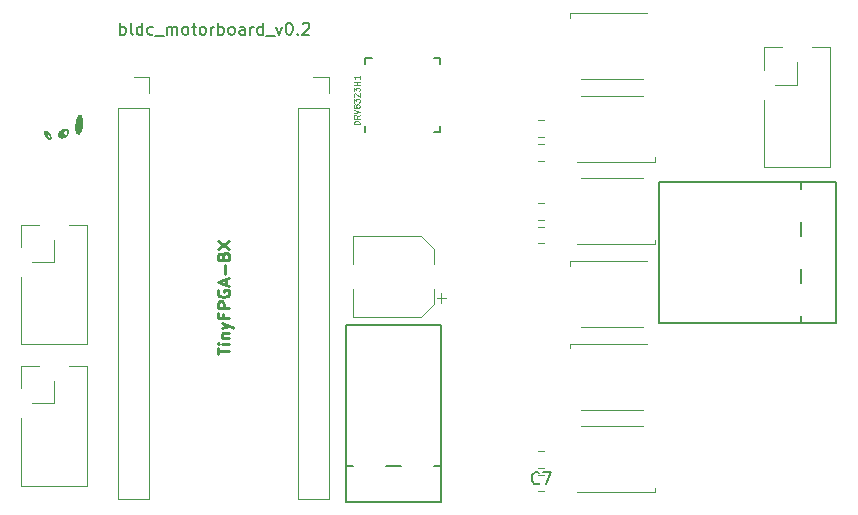
<source format=gbr>
G04 #@! TF.GenerationSoftware,KiCad,Pcbnew,5.1.3-ffb9f22~84~ubuntu18.04.1*
G04 #@! TF.CreationDate,2019-08-04T04:56:57-07:00*
G04 #@! TF.ProjectId,board,626f6172-642e-46b6-9963-61645f706362,rev?*
G04 #@! TF.SameCoordinates,Original*
G04 #@! TF.FileFunction,Legend,Top*
G04 #@! TF.FilePolarity,Positive*
%FSLAX46Y46*%
G04 Gerber Fmt 4.6, Leading zero omitted, Abs format (unit mm)*
G04 Created by KiCad (PCBNEW 5.1.3-ffb9f22~84~ubuntu18.04.1) date 2019-08-04 04:56:57*
%MOMM*%
%LPD*%
G04 APERTURE LIST*
%ADD10C,0.250000*%
%ADD11C,0.150000*%
%ADD12C,0.010000*%
%ADD13C,0.120000*%
%ADD14C,0.125000*%
G04 APERTURE END LIST*
D10*
X151102380Y-75109523D02*
X151102380Y-74538095D01*
X152102380Y-74823809D02*
X151102380Y-74823809D01*
X152102380Y-74204761D02*
X151435714Y-74204761D01*
X151102380Y-74204761D02*
X151150000Y-74252380D01*
X151197619Y-74204761D01*
X151150000Y-74157142D01*
X151102380Y-74204761D01*
X151197619Y-74204761D01*
X151435714Y-73728571D02*
X152102380Y-73728571D01*
X151530952Y-73728571D02*
X151483333Y-73680952D01*
X151435714Y-73585714D01*
X151435714Y-73442857D01*
X151483333Y-73347619D01*
X151578571Y-73300000D01*
X152102380Y-73300000D01*
X151435714Y-72919047D02*
X152102380Y-72680952D01*
X151435714Y-72442857D02*
X152102380Y-72680952D01*
X152340476Y-72776190D01*
X152388095Y-72823809D01*
X152435714Y-72919047D01*
X151578571Y-71728571D02*
X151578571Y-72061904D01*
X152102380Y-72061904D02*
X151102380Y-72061904D01*
X151102380Y-71585714D01*
X152102380Y-71204761D02*
X151102380Y-71204761D01*
X151102380Y-70823809D01*
X151150000Y-70728571D01*
X151197619Y-70680952D01*
X151292857Y-70633333D01*
X151435714Y-70633333D01*
X151530952Y-70680952D01*
X151578571Y-70728571D01*
X151626190Y-70823809D01*
X151626190Y-71204761D01*
X151150000Y-69680952D02*
X151102380Y-69776190D01*
X151102380Y-69919047D01*
X151150000Y-70061904D01*
X151245238Y-70157142D01*
X151340476Y-70204761D01*
X151530952Y-70252380D01*
X151673809Y-70252380D01*
X151864285Y-70204761D01*
X151959523Y-70157142D01*
X152054761Y-70061904D01*
X152102380Y-69919047D01*
X152102380Y-69823809D01*
X152054761Y-69680952D01*
X152007142Y-69633333D01*
X151673809Y-69633333D01*
X151673809Y-69823809D01*
X151816666Y-69252380D02*
X151816666Y-68776190D01*
X152102380Y-69347619D02*
X151102380Y-69014285D01*
X152102380Y-68680952D01*
X151721428Y-68347619D02*
X151721428Y-67585714D01*
X151578571Y-66776190D02*
X151626190Y-66633333D01*
X151673809Y-66585714D01*
X151769047Y-66538095D01*
X151911904Y-66538095D01*
X152007142Y-66585714D01*
X152054761Y-66633333D01*
X152102380Y-66728571D01*
X152102380Y-67109523D01*
X151102380Y-67109523D01*
X151102380Y-66776190D01*
X151150000Y-66680952D01*
X151197619Y-66633333D01*
X151292857Y-66585714D01*
X151388095Y-66585714D01*
X151483333Y-66633333D01*
X151530952Y-66680952D01*
X151578571Y-66776190D01*
X151578571Y-67109523D01*
X151102380Y-66204761D02*
X152102380Y-65538095D01*
X151102380Y-65538095D02*
X152102380Y-66204761D01*
D11*
X142873809Y-48052380D02*
X142873809Y-47052380D01*
X142873809Y-47433333D02*
X142969047Y-47385714D01*
X143159523Y-47385714D01*
X143254761Y-47433333D01*
X143302380Y-47480952D01*
X143350000Y-47576190D01*
X143350000Y-47861904D01*
X143302380Y-47957142D01*
X143254761Y-48004761D01*
X143159523Y-48052380D01*
X142969047Y-48052380D01*
X142873809Y-48004761D01*
X143921428Y-48052380D02*
X143826190Y-48004761D01*
X143778571Y-47909523D01*
X143778571Y-47052380D01*
X144730952Y-48052380D02*
X144730952Y-47052380D01*
X144730952Y-48004761D02*
X144635714Y-48052380D01*
X144445238Y-48052380D01*
X144350000Y-48004761D01*
X144302380Y-47957142D01*
X144254761Y-47861904D01*
X144254761Y-47576190D01*
X144302380Y-47480952D01*
X144350000Y-47433333D01*
X144445238Y-47385714D01*
X144635714Y-47385714D01*
X144730952Y-47433333D01*
X145635714Y-48004761D02*
X145540476Y-48052380D01*
X145350000Y-48052380D01*
X145254761Y-48004761D01*
X145207142Y-47957142D01*
X145159523Y-47861904D01*
X145159523Y-47576190D01*
X145207142Y-47480952D01*
X145254761Y-47433333D01*
X145350000Y-47385714D01*
X145540476Y-47385714D01*
X145635714Y-47433333D01*
X145826190Y-48147619D02*
X146588095Y-48147619D01*
X146826190Y-48052380D02*
X146826190Y-47385714D01*
X146826190Y-47480952D02*
X146873809Y-47433333D01*
X146969047Y-47385714D01*
X147111904Y-47385714D01*
X147207142Y-47433333D01*
X147254761Y-47528571D01*
X147254761Y-48052380D01*
X147254761Y-47528571D02*
X147302380Y-47433333D01*
X147397619Y-47385714D01*
X147540476Y-47385714D01*
X147635714Y-47433333D01*
X147683333Y-47528571D01*
X147683333Y-48052380D01*
X148302380Y-48052380D02*
X148207142Y-48004761D01*
X148159523Y-47957142D01*
X148111904Y-47861904D01*
X148111904Y-47576190D01*
X148159523Y-47480952D01*
X148207142Y-47433333D01*
X148302380Y-47385714D01*
X148445238Y-47385714D01*
X148540476Y-47433333D01*
X148588095Y-47480952D01*
X148635714Y-47576190D01*
X148635714Y-47861904D01*
X148588095Y-47957142D01*
X148540476Y-48004761D01*
X148445238Y-48052380D01*
X148302380Y-48052380D01*
X148921428Y-47385714D02*
X149302380Y-47385714D01*
X149064285Y-47052380D02*
X149064285Y-47909523D01*
X149111904Y-48004761D01*
X149207142Y-48052380D01*
X149302380Y-48052380D01*
X149778571Y-48052380D02*
X149683333Y-48004761D01*
X149635714Y-47957142D01*
X149588095Y-47861904D01*
X149588095Y-47576190D01*
X149635714Y-47480952D01*
X149683333Y-47433333D01*
X149778571Y-47385714D01*
X149921428Y-47385714D01*
X150016666Y-47433333D01*
X150064285Y-47480952D01*
X150111904Y-47576190D01*
X150111904Y-47861904D01*
X150064285Y-47957142D01*
X150016666Y-48004761D01*
X149921428Y-48052380D01*
X149778571Y-48052380D01*
X150540476Y-48052380D02*
X150540476Y-47385714D01*
X150540476Y-47576190D02*
X150588095Y-47480952D01*
X150635714Y-47433333D01*
X150730952Y-47385714D01*
X150826190Y-47385714D01*
X151159523Y-48052380D02*
X151159523Y-47052380D01*
X151159523Y-47433333D02*
X151254761Y-47385714D01*
X151445238Y-47385714D01*
X151540476Y-47433333D01*
X151588095Y-47480952D01*
X151635714Y-47576190D01*
X151635714Y-47861904D01*
X151588095Y-47957142D01*
X151540476Y-48004761D01*
X151445238Y-48052380D01*
X151254761Y-48052380D01*
X151159523Y-48004761D01*
X152207142Y-48052380D02*
X152111904Y-48004761D01*
X152064285Y-47957142D01*
X152016666Y-47861904D01*
X152016666Y-47576190D01*
X152064285Y-47480952D01*
X152111904Y-47433333D01*
X152207142Y-47385714D01*
X152350000Y-47385714D01*
X152445238Y-47433333D01*
X152492857Y-47480952D01*
X152540476Y-47576190D01*
X152540476Y-47861904D01*
X152492857Y-47957142D01*
X152445238Y-48004761D01*
X152350000Y-48052380D01*
X152207142Y-48052380D01*
X153397619Y-48052380D02*
X153397619Y-47528571D01*
X153350000Y-47433333D01*
X153254761Y-47385714D01*
X153064285Y-47385714D01*
X152969047Y-47433333D01*
X153397619Y-48004761D02*
X153302380Y-48052380D01*
X153064285Y-48052380D01*
X152969047Y-48004761D01*
X152921428Y-47909523D01*
X152921428Y-47814285D01*
X152969047Y-47719047D01*
X153064285Y-47671428D01*
X153302380Y-47671428D01*
X153397619Y-47623809D01*
X153873809Y-48052380D02*
X153873809Y-47385714D01*
X153873809Y-47576190D02*
X153921428Y-47480952D01*
X153969047Y-47433333D01*
X154064285Y-47385714D01*
X154159523Y-47385714D01*
X154921428Y-48052380D02*
X154921428Y-47052380D01*
X154921428Y-48004761D02*
X154826190Y-48052380D01*
X154635714Y-48052380D01*
X154540476Y-48004761D01*
X154492857Y-47957142D01*
X154445238Y-47861904D01*
X154445238Y-47576190D01*
X154492857Y-47480952D01*
X154540476Y-47433333D01*
X154635714Y-47385714D01*
X154826190Y-47385714D01*
X154921428Y-47433333D01*
X155159523Y-48147619D02*
X155921428Y-48147619D01*
X156064285Y-47385714D02*
X156302380Y-48052380D01*
X156540476Y-47385714D01*
X157111904Y-47052380D02*
X157207142Y-47052380D01*
X157302380Y-47100000D01*
X157350000Y-47147619D01*
X157397619Y-47242857D01*
X157445238Y-47433333D01*
X157445238Y-47671428D01*
X157397619Y-47861904D01*
X157350000Y-47957142D01*
X157302380Y-48004761D01*
X157207142Y-48052380D01*
X157111904Y-48052380D01*
X157016666Y-48004761D01*
X156969047Y-47957142D01*
X156921428Y-47861904D01*
X156873809Y-47671428D01*
X156873809Y-47433333D01*
X156921428Y-47242857D01*
X156969047Y-47147619D01*
X157016666Y-47100000D01*
X157111904Y-47052380D01*
X157873809Y-47957142D02*
X157921428Y-48004761D01*
X157873809Y-48052380D01*
X157826190Y-48004761D01*
X157873809Y-47957142D01*
X157873809Y-48052380D01*
X158302380Y-47147619D02*
X158350000Y-47100000D01*
X158445238Y-47052380D01*
X158683333Y-47052380D01*
X158778571Y-47100000D01*
X158826190Y-47147619D01*
X158873809Y-47242857D01*
X158873809Y-47338095D01*
X158826190Y-47480952D01*
X158254761Y-48052380D01*
X158873809Y-48052380D01*
D12*
G36*
X138168423Y-56001777D02*
G01*
X138206263Y-56005066D01*
X138226759Y-56008897D01*
X138278390Y-56025874D01*
X138323060Y-56049654D01*
X138360646Y-56079527D01*
X138391024Y-56114781D01*
X138414071Y-56154703D01*
X138429661Y-56198583D01*
X138437672Y-56245708D01*
X138437980Y-56295366D01*
X138430461Y-56346846D01*
X138414990Y-56399436D01*
X138391445Y-56452424D01*
X138359701Y-56505099D01*
X138321669Y-56554398D01*
X138272024Y-56605506D01*
X138217034Y-56650255D01*
X138157863Y-56688142D01*
X138095678Y-56718666D01*
X138031645Y-56741325D01*
X137966929Y-56755617D01*
X137902695Y-56761041D01*
X137848218Y-56758169D01*
X137793393Y-56747107D01*
X137744297Y-56728036D01*
X137701371Y-56701148D01*
X137682887Y-56685333D01*
X137651140Y-56651436D01*
X137628000Y-56616962D01*
X137612118Y-56579320D01*
X137602141Y-56535916D01*
X137600986Y-56528145D01*
X137598426Y-56473755D01*
X137605286Y-56418691D01*
X137620934Y-56363752D01*
X137634275Y-56333475D01*
X137999164Y-56333475D01*
X138001545Y-56355112D01*
X138014506Y-56399304D01*
X138035689Y-56438657D01*
X138064198Y-56472122D01*
X138099137Y-56498653D01*
X138139610Y-56517204D01*
X138140453Y-56517481D01*
X138160411Y-56521460D01*
X138187461Y-56523152D01*
X138205684Y-56522976D01*
X138229938Y-56521571D01*
X138248324Y-56518634D01*
X138265122Y-56513176D01*
X138282690Y-56505155D01*
X138319679Y-56481788D01*
X138350282Y-56451948D01*
X138373754Y-56417048D01*
X138389349Y-56378504D01*
X138396322Y-56337728D01*
X138393925Y-56296134D01*
X138393670Y-56294722D01*
X138380966Y-56252824D01*
X138359644Y-56214438D01*
X138330985Y-56181215D01*
X138296270Y-56154806D01*
X138277445Y-56144858D01*
X138247518Y-56135350D01*
X138212396Y-56130786D01*
X138175790Y-56131225D01*
X138141413Y-56136724D01*
X138123531Y-56142426D01*
X138088383Y-56161486D01*
X138057691Y-56187944D01*
X138032440Y-56220087D01*
X138013613Y-56256199D01*
X138002193Y-56294567D01*
X137999164Y-56333475D01*
X137634275Y-56333475D01*
X137644736Y-56309736D01*
X137676061Y-56257441D01*
X137714274Y-56207666D01*
X137758745Y-56161207D01*
X137808840Y-56118864D01*
X137863926Y-56081434D01*
X137923370Y-56049716D01*
X137986541Y-56024507D01*
X138004886Y-56018701D01*
X138041263Y-56010238D01*
X138082757Y-56004503D01*
X138126199Y-56001636D01*
X138168423Y-56001777D01*
X138168423Y-56001777D01*
G37*
X138168423Y-56001777D02*
X138206263Y-56005066D01*
X138226759Y-56008897D01*
X138278390Y-56025874D01*
X138323060Y-56049654D01*
X138360646Y-56079527D01*
X138391024Y-56114781D01*
X138414071Y-56154703D01*
X138429661Y-56198583D01*
X138437672Y-56245708D01*
X138437980Y-56295366D01*
X138430461Y-56346846D01*
X138414990Y-56399436D01*
X138391445Y-56452424D01*
X138359701Y-56505099D01*
X138321669Y-56554398D01*
X138272024Y-56605506D01*
X138217034Y-56650255D01*
X138157863Y-56688142D01*
X138095678Y-56718666D01*
X138031645Y-56741325D01*
X137966929Y-56755617D01*
X137902695Y-56761041D01*
X137848218Y-56758169D01*
X137793393Y-56747107D01*
X137744297Y-56728036D01*
X137701371Y-56701148D01*
X137682887Y-56685333D01*
X137651140Y-56651436D01*
X137628000Y-56616962D01*
X137612118Y-56579320D01*
X137602141Y-56535916D01*
X137600986Y-56528145D01*
X137598426Y-56473755D01*
X137605286Y-56418691D01*
X137620934Y-56363752D01*
X137634275Y-56333475D01*
X137999164Y-56333475D01*
X138001545Y-56355112D01*
X138014506Y-56399304D01*
X138035689Y-56438657D01*
X138064198Y-56472122D01*
X138099137Y-56498653D01*
X138139610Y-56517204D01*
X138140453Y-56517481D01*
X138160411Y-56521460D01*
X138187461Y-56523152D01*
X138205684Y-56522976D01*
X138229938Y-56521571D01*
X138248324Y-56518634D01*
X138265122Y-56513176D01*
X138282690Y-56505155D01*
X138319679Y-56481788D01*
X138350282Y-56451948D01*
X138373754Y-56417048D01*
X138389349Y-56378504D01*
X138396322Y-56337728D01*
X138393925Y-56296134D01*
X138393670Y-56294722D01*
X138380966Y-56252824D01*
X138359644Y-56214438D01*
X138330985Y-56181215D01*
X138296270Y-56154806D01*
X138277445Y-56144858D01*
X138247518Y-56135350D01*
X138212396Y-56130786D01*
X138175790Y-56131225D01*
X138141413Y-56136724D01*
X138123531Y-56142426D01*
X138088383Y-56161486D01*
X138057691Y-56187944D01*
X138032440Y-56220087D01*
X138013613Y-56256199D01*
X138002193Y-56294567D01*
X137999164Y-56333475D01*
X137634275Y-56333475D01*
X137644736Y-56309736D01*
X137676061Y-56257441D01*
X137714274Y-56207666D01*
X137758745Y-56161207D01*
X137808840Y-56118864D01*
X137863926Y-56081434D01*
X137923370Y-56049716D01*
X137986541Y-56024507D01*
X138004886Y-56018701D01*
X138041263Y-56010238D01*
X138082757Y-56004503D01*
X138126199Y-56001636D01*
X138168423Y-56001777D01*
G36*
X136543665Y-56192400D02*
G01*
X136561199Y-56194815D01*
X136577879Y-56200076D01*
X136596678Y-56208404D01*
X136646544Y-56236810D01*
X136696028Y-56274026D01*
X136744186Y-56318713D01*
X136790077Y-56369536D01*
X136832757Y-56425158D01*
X136871285Y-56484244D01*
X136904717Y-56545456D01*
X136932112Y-56607459D01*
X136952526Y-56668917D01*
X136965018Y-56728492D01*
X136965381Y-56731129D01*
X136968149Y-56774196D01*
X136964456Y-56812257D01*
X136954593Y-56844427D01*
X136938853Y-56869822D01*
X136917525Y-56887556D01*
X136913187Y-56889832D01*
X136885219Y-56898318D01*
X136853409Y-56899581D01*
X136821189Y-56893488D01*
X136820740Y-56893346D01*
X136777203Y-56875057D01*
X136732270Y-56847842D01*
X136686881Y-56812665D01*
X136641976Y-56770487D01*
X136598495Y-56722272D01*
X136557378Y-56668982D01*
X136519565Y-56611579D01*
X136485996Y-56551026D01*
X136485540Y-56550119D01*
X136460181Y-56495845D01*
X136451711Y-56473574D01*
X136605284Y-56473574D01*
X136605543Y-56501315D01*
X136608121Y-56529311D01*
X136612567Y-56552702D01*
X136622407Y-56582865D01*
X136636999Y-56617156D01*
X136654535Y-56651944D01*
X136673208Y-56683596D01*
X136688382Y-56705022D01*
X136719895Y-56740806D01*
X136751152Y-56768895D01*
X136781506Y-56789000D01*
X136810309Y-56800834D01*
X136836913Y-56804109D01*
X136860670Y-56798538D01*
X136876133Y-56788466D01*
X136890767Y-56771999D01*
X136900019Y-56752003D01*
X136904606Y-56726313D01*
X136905402Y-56700316D01*
X136901584Y-56661085D01*
X136891587Y-56620767D01*
X136876265Y-56580451D01*
X136856466Y-56541228D01*
X136833042Y-56504188D01*
X136806844Y-56470421D01*
X136778723Y-56441018D01*
X136749529Y-56417069D01*
X136720113Y-56399664D01*
X136691326Y-56389894D01*
X136664019Y-56388849D01*
X136662521Y-56389075D01*
X136640226Y-56397610D01*
X136621870Y-56414429D01*
X136611805Y-56431686D01*
X136607365Y-56449295D01*
X136605284Y-56473574D01*
X136451711Y-56473574D01*
X136441505Y-56446742D01*
X136428956Y-56400850D01*
X136421980Y-56356209D01*
X136420024Y-56318820D01*
X136420147Y-56293734D01*
X136421356Y-56275780D01*
X136424108Y-56261950D01*
X136428861Y-56249235D01*
X136431443Y-56243751D01*
X136442212Y-56226421D01*
X136455671Y-56210733D01*
X136461471Y-56205651D01*
X136471774Y-56198608D01*
X136481873Y-56194452D01*
X136494939Y-56192443D01*
X136514145Y-56191838D01*
X136520641Y-56191820D01*
X136543665Y-56192400D01*
X136543665Y-56192400D01*
G37*
X136543665Y-56192400D02*
X136561199Y-56194815D01*
X136577879Y-56200076D01*
X136596678Y-56208404D01*
X136646544Y-56236810D01*
X136696028Y-56274026D01*
X136744186Y-56318713D01*
X136790077Y-56369536D01*
X136832757Y-56425158D01*
X136871285Y-56484244D01*
X136904717Y-56545456D01*
X136932112Y-56607459D01*
X136952526Y-56668917D01*
X136965018Y-56728492D01*
X136965381Y-56731129D01*
X136968149Y-56774196D01*
X136964456Y-56812257D01*
X136954593Y-56844427D01*
X136938853Y-56869822D01*
X136917525Y-56887556D01*
X136913187Y-56889832D01*
X136885219Y-56898318D01*
X136853409Y-56899581D01*
X136821189Y-56893488D01*
X136820740Y-56893346D01*
X136777203Y-56875057D01*
X136732270Y-56847842D01*
X136686881Y-56812665D01*
X136641976Y-56770487D01*
X136598495Y-56722272D01*
X136557378Y-56668982D01*
X136519565Y-56611579D01*
X136485996Y-56551026D01*
X136485540Y-56550119D01*
X136460181Y-56495845D01*
X136451711Y-56473574D01*
X136605284Y-56473574D01*
X136605543Y-56501315D01*
X136608121Y-56529311D01*
X136612567Y-56552702D01*
X136622407Y-56582865D01*
X136636999Y-56617156D01*
X136654535Y-56651944D01*
X136673208Y-56683596D01*
X136688382Y-56705022D01*
X136719895Y-56740806D01*
X136751152Y-56768895D01*
X136781506Y-56789000D01*
X136810309Y-56800834D01*
X136836913Y-56804109D01*
X136860670Y-56798538D01*
X136876133Y-56788466D01*
X136890767Y-56771999D01*
X136900019Y-56752003D01*
X136904606Y-56726313D01*
X136905402Y-56700316D01*
X136901584Y-56661085D01*
X136891587Y-56620767D01*
X136876265Y-56580451D01*
X136856466Y-56541228D01*
X136833042Y-56504188D01*
X136806844Y-56470421D01*
X136778723Y-56441018D01*
X136749529Y-56417069D01*
X136720113Y-56399664D01*
X136691326Y-56389894D01*
X136664019Y-56388849D01*
X136662521Y-56389075D01*
X136640226Y-56397610D01*
X136621870Y-56414429D01*
X136611805Y-56431686D01*
X136607365Y-56449295D01*
X136605284Y-56473574D01*
X136451711Y-56473574D01*
X136441505Y-56446742D01*
X136428956Y-56400850D01*
X136421980Y-56356209D01*
X136420024Y-56318820D01*
X136420147Y-56293734D01*
X136421356Y-56275780D01*
X136424108Y-56261950D01*
X136428861Y-56249235D01*
X136431443Y-56243751D01*
X136442212Y-56226421D01*
X136455671Y-56210733D01*
X136461471Y-56205651D01*
X136471774Y-56198608D01*
X136481873Y-56194452D01*
X136494939Y-56192443D01*
X136514145Y-56191838D01*
X136520641Y-56191820D01*
X136543665Y-56192400D01*
G36*
X139428201Y-54829738D02*
G01*
X139448348Y-54831965D01*
X139465863Y-54835564D01*
X139481188Y-54841308D01*
X139494766Y-54849971D01*
X139507039Y-54862324D01*
X139518450Y-54879140D01*
X139529440Y-54901193D01*
X139540453Y-54929255D01*
X139551931Y-54964099D01*
X139564316Y-55006498D01*
X139578050Y-55057225D01*
X139593577Y-55117052D01*
X139594299Y-55119867D01*
X139611506Y-55192474D01*
X139625540Y-55264276D01*
X139636689Y-55337443D01*
X139645238Y-55414150D01*
X139651474Y-55496569D01*
X139655609Y-55584760D01*
X139656717Y-55618405D01*
X139657222Y-55644525D01*
X139656933Y-55665749D01*
X139655658Y-55684703D01*
X139653208Y-55704014D01*
X139649391Y-55726309D01*
X139644016Y-55754217D01*
X139642872Y-55760020D01*
X139626391Y-55838711D01*
X139608865Y-55913406D01*
X139590546Y-55983339D01*
X139571687Y-56047741D01*
X139552541Y-56105845D01*
X139533359Y-56156882D01*
X139514394Y-56200085D01*
X139495900Y-56234686D01*
X139478657Y-56259293D01*
X139467953Y-56272749D01*
X139453677Y-56291717D01*
X139437975Y-56313311D01*
X139427487Y-56328152D01*
X139401986Y-56362275D01*
X139378222Y-56389201D01*
X139356922Y-56408184D01*
X139339823Y-56418106D01*
X139327848Y-56420698D01*
X139310149Y-56422358D01*
X139295639Y-56422712D01*
X139279049Y-56421866D01*
X139263769Y-56419024D01*
X139246746Y-56413303D01*
X139224929Y-56403818D01*
X139215960Y-56399618D01*
X139193192Y-56387894D01*
X139171706Y-56375181D01*
X139154652Y-56363418D01*
X139148199Y-56357955D01*
X139125298Y-56329710D01*
X139105228Y-56291883D01*
X139087972Y-56244420D01*
X139073507Y-56187269D01*
X139064959Y-56141020D01*
X139062442Y-56123764D01*
X139060422Y-56105587D01*
X139058848Y-56085174D01*
X139057672Y-56061208D01*
X139056843Y-56032375D01*
X139056312Y-55997359D01*
X139056029Y-55954844D01*
X139055945Y-55903516D01*
X139055945Y-55902260D01*
X139056068Y-55845778D01*
X139056514Y-55797431D01*
X139057403Y-55755192D01*
X139058857Y-55717037D01*
X139060997Y-55680942D01*
X139063942Y-55644882D01*
X139067814Y-55606833D01*
X139072734Y-55564769D01*
X139078823Y-55516667D01*
X139079068Y-55514778D01*
X139088126Y-55457754D01*
X139100976Y-55395299D01*
X139117031Y-55329301D01*
X139135706Y-55261648D01*
X139156413Y-55194227D01*
X139178565Y-55128927D01*
X139201577Y-55067635D01*
X139224862Y-55012239D01*
X139247832Y-54964626D01*
X139253030Y-54954937D01*
X139280897Y-54910835D01*
X139311983Y-54873517D01*
X139312588Y-54872896D01*
X139335380Y-54851619D01*
X139356068Y-54837902D01*
X139377763Y-54830583D01*
X139403575Y-54828502D01*
X139428201Y-54829738D01*
X139428201Y-54829738D01*
G37*
X139428201Y-54829738D02*
X139448348Y-54831965D01*
X139465863Y-54835564D01*
X139481188Y-54841308D01*
X139494766Y-54849971D01*
X139507039Y-54862324D01*
X139518450Y-54879140D01*
X139529440Y-54901193D01*
X139540453Y-54929255D01*
X139551931Y-54964099D01*
X139564316Y-55006498D01*
X139578050Y-55057225D01*
X139593577Y-55117052D01*
X139594299Y-55119867D01*
X139611506Y-55192474D01*
X139625540Y-55264276D01*
X139636689Y-55337443D01*
X139645238Y-55414150D01*
X139651474Y-55496569D01*
X139655609Y-55584760D01*
X139656717Y-55618405D01*
X139657222Y-55644525D01*
X139656933Y-55665749D01*
X139655658Y-55684703D01*
X139653208Y-55704014D01*
X139649391Y-55726309D01*
X139644016Y-55754217D01*
X139642872Y-55760020D01*
X139626391Y-55838711D01*
X139608865Y-55913406D01*
X139590546Y-55983339D01*
X139571687Y-56047741D01*
X139552541Y-56105845D01*
X139533359Y-56156882D01*
X139514394Y-56200085D01*
X139495900Y-56234686D01*
X139478657Y-56259293D01*
X139467953Y-56272749D01*
X139453677Y-56291717D01*
X139437975Y-56313311D01*
X139427487Y-56328152D01*
X139401986Y-56362275D01*
X139378222Y-56389201D01*
X139356922Y-56408184D01*
X139339823Y-56418106D01*
X139327848Y-56420698D01*
X139310149Y-56422358D01*
X139295639Y-56422712D01*
X139279049Y-56421866D01*
X139263769Y-56419024D01*
X139246746Y-56413303D01*
X139224929Y-56403818D01*
X139215960Y-56399618D01*
X139193192Y-56387894D01*
X139171706Y-56375181D01*
X139154652Y-56363418D01*
X139148199Y-56357955D01*
X139125298Y-56329710D01*
X139105228Y-56291883D01*
X139087972Y-56244420D01*
X139073507Y-56187269D01*
X139064959Y-56141020D01*
X139062442Y-56123764D01*
X139060422Y-56105587D01*
X139058848Y-56085174D01*
X139057672Y-56061208D01*
X139056843Y-56032375D01*
X139056312Y-55997359D01*
X139056029Y-55954844D01*
X139055945Y-55903516D01*
X139055945Y-55902260D01*
X139056068Y-55845778D01*
X139056514Y-55797431D01*
X139057403Y-55755192D01*
X139058857Y-55717037D01*
X139060997Y-55680942D01*
X139063942Y-55644882D01*
X139067814Y-55606833D01*
X139072734Y-55564769D01*
X139078823Y-55516667D01*
X139079068Y-55514778D01*
X139088126Y-55457754D01*
X139100976Y-55395299D01*
X139117031Y-55329301D01*
X139135706Y-55261648D01*
X139156413Y-55194227D01*
X139178565Y-55128927D01*
X139201577Y-55067635D01*
X139224862Y-55012239D01*
X139247832Y-54964626D01*
X139253030Y-54954937D01*
X139280897Y-54910835D01*
X139311983Y-54873517D01*
X139312588Y-54872896D01*
X139335380Y-54851619D01*
X139356068Y-54837902D01*
X139377763Y-54830583D01*
X139403575Y-54828502D01*
X139428201Y-54829738D01*
D11*
X163625000Y-50025000D02*
X164150000Y-50025000D01*
X169925000Y-56325000D02*
X169400000Y-56325000D01*
X169925000Y-50025000D02*
X169400000Y-50025000D01*
X163625000Y-56325000D02*
X163625000Y-55800000D01*
X169925000Y-56325000D02*
X169925000Y-55800000D01*
X169925000Y-50025000D02*
X169925000Y-50550000D01*
X163625000Y-50025000D02*
X163625000Y-50550000D01*
X200500000Y-72500000D02*
X200500000Y-71900000D01*
X200500000Y-67900000D02*
X200500000Y-69100000D01*
X200500000Y-63900000D02*
X200500000Y-65100000D01*
X200500000Y-60500000D02*
X200500000Y-61100000D01*
X203500000Y-72500000D02*
X203500000Y-60500000D01*
X203500000Y-60500000D02*
X188500000Y-60500000D01*
X188500000Y-60500000D02*
X188500000Y-72500000D01*
X188500000Y-72500000D02*
X203500000Y-72500000D01*
D13*
X181900000Y-81200000D02*
X187100000Y-81200000D01*
X181500000Y-86800000D02*
X188100000Y-86800000D01*
X188100000Y-86800000D02*
X188100000Y-86400000D01*
X180900000Y-74200000D02*
X180900000Y-74600000D01*
X187500000Y-74200000D02*
X180900000Y-74200000D01*
X187100000Y-79800000D02*
X181900000Y-79800000D01*
X188100000Y-65800000D02*
X188100000Y-65400000D01*
X181500000Y-65800000D02*
X188100000Y-65800000D01*
X181900000Y-60200000D02*
X187100000Y-60200000D01*
X187100000Y-72800000D02*
X181900000Y-72800000D01*
X187500000Y-67200000D02*
X180900000Y-67200000D01*
X180900000Y-67200000D02*
X180900000Y-67600000D01*
X181900000Y-53200000D02*
X187100000Y-53200000D01*
X181500000Y-58800000D02*
X188100000Y-58800000D01*
X188100000Y-58800000D02*
X188100000Y-58400000D01*
X180900000Y-46200000D02*
X180900000Y-46600000D01*
X187500000Y-46200000D02*
X180900000Y-46200000D01*
X187100000Y-51800000D02*
X181900000Y-51800000D01*
D11*
X162000000Y-84600000D02*
X162600000Y-84600000D01*
X166600000Y-84600000D02*
X165400000Y-84600000D01*
X170000000Y-84600000D02*
X169400000Y-84600000D01*
X162000000Y-87600000D02*
X170000000Y-87600000D01*
X170000000Y-87600000D02*
X170000000Y-72600000D01*
X170000000Y-72600000D02*
X162000000Y-72600000D01*
X162000000Y-72600000D02*
X162000000Y-87600000D01*
D13*
X178758578Y-64290000D02*
X178241422Y-64290000D01*
X178758578Y-65710000D02*
X178241422Y-65710000D01*
X178758578Y-58710000D02*
X178241422Y-58710000D01*
X178758578Y-57290000D02*
X178241422Y-57290000D01*
X178758578Y-85290000D02*
X178241422Y-85290000D01*
X178758578Y-86710000D02*
X178241422Y-86710000D01*
X178758578Y-63710000D02*
X178241422Y-63710000D01*
X178758578Y-62290000D02*
X178241422Y-62290000D01*
X162590000Y-65090000D02*
X162590000Y-67440000D01*
X162590000Y-71910000D02*
X162590000Y-69560000D01*
X168345563Y-71910000D02*
X162590000Y-71910000D01*
X168345563Y-65090000D02*
X162590000Y-65090000D01*
X169410000Y-66154437D02*
X169410000Y-67440000D01*
X169410000Y-70845563D02*
X169410000Y-69560000D01*
X169410000Y-70845563D02*
X168345563Y-71910000D01*
X169410000Y-66154437D02*
X168345563Y-65090000D01*
X170437500Y-70347500D02*
X169650000Y-70347500D01*
X170043750Y-70741250D02*
X170043750Y-69953750D01*
X178758578Y-55290000D02*
X178241422Y-55290000D01*
X178758578Y-56710000D02*
X178241422Y-56710000D01*
X197370000Y-49125000D02*
X198900000Y-49125000D01*
X197370000Y-51000000D02*
X197370000Y-49125000D01*
X200170000Y-52270000D02*
X198300000Y-52270000D01*
X200170000Y-50400000D02*
X200170000Y-52270000D01*
X201440000Y-49125000D02*
X202970000Y-49125000D01*
X202970000Y-49125000D02*
X202970000Y-59225000D01*
X197370000Y-59225000D02*
X202970000Y-59225000D01*
X197370000Y-53540000D02*
X197370000Y-59225000D01*
X134470000Y-68540000D02*
X134470000Y-74225000D01*
X134470000Y-74225000D02*
X140070000Y-74225000D01*
X140070000Y-64125000D02*
X140070000Y-74225000D01*
X138540000Y-64125000D02*
X140070000Y-64125000D01*
X137270000Y-65400000D02*
X137270000Y-67270000D01*
X137270000Y-67270000D02*
X135400000Y-67270000D01*
X134470000Y-66000000D02*
X134470000Y-64125000D01*
X134470000Y-64125000D02*
X136000000Y-64125000D01*
X134470000Y-80540000D02*
X134470000Y-86225000D01*
X134470000Y-86225000D02*
X140070000Y-86225000D01*
X140070000Y-76125000D02*
X140070000Y-86225000D01*
X138540000Y-76125000D02*
X140070000Y-76125000D01*
X137270000Y-77400000D02*
X137270000Y-79270000D01*
X137270000Y-79270000D02*
X135400000Y-79270000D01*
X134470000Y-78000000D02*
X134470000Y-76125000D01*
X134470000Y-76125000D02*
X136000000Y-76125000D01*
X144000000Y-51670000D02*
X145330000Y-51670000D01*
X145330000Y-51670000D02*
X145330000Y-53000000D01*
X145330000Y-54270000D02*
X145330000Y-87350000D01*
X142670000Y-87350000D02*
X145330000Y-87350000D01*
X142670000Y-54270000D02*
X142670000Y-87350000D01*
X142670000Y-54270000D02*
X145330000Y-54270000D01*
X157870000Y-54270000D02*
X160530000Y-54270000D01*
X157870000Y-54270000D02*
X157870000Y-87350000D01*
X157870000Y-87350000D02*
X160530000Y-87350000D01*
X160530000Y-54270000D02*
X160530000Y-87350000D01*
X160530000Y-51670000D02*
X160530000Y-53000000D01*
X159200000Y-51670000D02*
X160530000Y-51670000D01*
X178758578Y-84710000D02*
X178241422Y-84710000D01*
X178758578Y-83290000D02*
X178241422Y-83290000D01*
D14*
X163126190Y-55647619D02*
X162626190Y-55647619D01*
X162626190Y-55528571D01*
X162650000Y-55457142D01*
X162697619Y-55409523D01*
X162745238Y-55385714D01*
X162840476Y-55361904D01*
X162911904Y-55361904D01*
X163007142Y-55385714D01*
X163054761Y-55409523D01*
X163102380Y-55457142D01*
X163126190Y-55528571D01*
X163126190Y-55647619D01*
X163126190Y-54861904D02*
X162888095Y-55028571D01*
X163126190Y-55147619D02*
X162626190Y-55147619D01*
X162626190Y-54957142D01*
X162650000Y-54909523D01*
X162673809Y-54885714D01*
X162721428Y-54861904D01*
X162792857Y-54861904D01*
X162840476Y-54885714D01*
X162864285Y-54909523D01*
X162888095Y-54957142D01*
X162888095Y-55147619D01*
X162626190Y-54719047D02*
X163126190Y-54552380D01*
X162626190Y-54385714D01*
X162840476Y-54147619D02*
X162816666Y-54195238D01*
X162792857Y-54219047D01*
X162745238Y-54242857D01*
X162721428Y-54242857D01*
X162673809Y-54219047D01*
X162650000Y-54195238D01*
X162626190Y-54147619D01*
X162626190Y-54052380D01*
X162650000Y-54004761D01*
X162673809Y-53980952D01*
X162721428Y-53957142D01*
X162745238Y-53957142D01*
X162792857Y-53980952D01*
X162816666Y-54004761D01*
X162840476Y-54052380D01*
X162840476Y-54147619D01*
X162864285Y-54195238D01*
X162888095Y-54219047D01*
X162935714Y-54242857D01*
X163030952Y-54242857D01*
X163078571Y-54219047D01*
X163102380Y-54195238D01*
X163126190Y-54147619D01*
X163126190Y-54052380D01*
X163102380Y-54004761D01*
X163078571Y-53980952D01*
X163030952Y-53957142D01*
X162935714Y-53957142D01*
X162888095Y-53980952D01*
X162864285Y-54004761D01*
X162840476Y-54052380D01*
X162626190Y-53790476D02*
X162626190Y-53480952D01*
X162816666Y-53647619D01*
X162816666Y-53576190D01*
X162840476Y-53528571D01*
X162864285Y-53504761D01*
X162911904Y-53480952D01*
X163030952Y-53480952D01*
X163078571Y-53504761D01*
X163102380Y-53528571D01*
X163126190Y-53576190D01*
X163126190Y-53719047D01*
X163102380Y-53766666D01*
X163078571Y-53790476D01*
X162673809Y-53290476D02*
X162650000Y-53266666D01*
X162626190Y-53219047D01*
X162626190Y-53100000D01*
X162650000Y-53052380D01*
X162673809Y-53028571D01*
X162721428Y-53004761D01*
X162769047Y-53004761D01*
X162840476Y-53028571D01*
X163126190Y-53314285D01*
X163126190Y-53004761D01*
X162626190Y-52838095D02*
X162626190Y-52528571D01*
X162816666Y-52695238D01*
X162816666Y-52623809D01*
X162840476Y-52576190D01*
X162864285Y-52552380D01*
X162911904Y-52528571D01*
X163030952Y-52528571D01*
X163078571Y-52552380D01*
X163102380Y-52576190D01*
X163126190Y-52623809D01*
X163126190Y-52766666D01*
X163102380Y-52814285D01*
X163078571Y-52838095D01*
X163126190Y-52314285D02*
X162626190Y-52314285D01*
X162864285Y-52314285D02*
X162864285Y-52028571D01*
X163126190Y-52028571D02*
X162626190Y-52028571D01*
X163126190Y-51528571D02*
X163126190Y-51814285D01*
X163126190Y-51671428D02*
X162626190Y-51671428D01*
X162697619Y-51719047D01*
X162745238Y-51766666D01*
X162769047Y-51814285D01*
D11*
X178333333Y-86007142D02*
X178285714Y-86054761D01*
X178142857Y-86102380D01*
X178047619Y-86102380D01*
X177904761Y-86054761D01*
X177809523Y-85959523D01*
X177761904Y-85864285D01*
X177714285Y-85673809D01*
X177714285Y-85530952D01*
X177761904Y-85340476D01*
X177809523Y-85245238D01*
X177904761Y-85150000D01*
X178047619Y-85102380D01*
X178142857Y-85102380D01*
X178285714Y-85150000D01*
X178333333Y-85197619D01*
X178666666Y-85102380D02*
X179333333Y-85102380D01*
X178904761Y-86102380D01*
M02*

</source>
